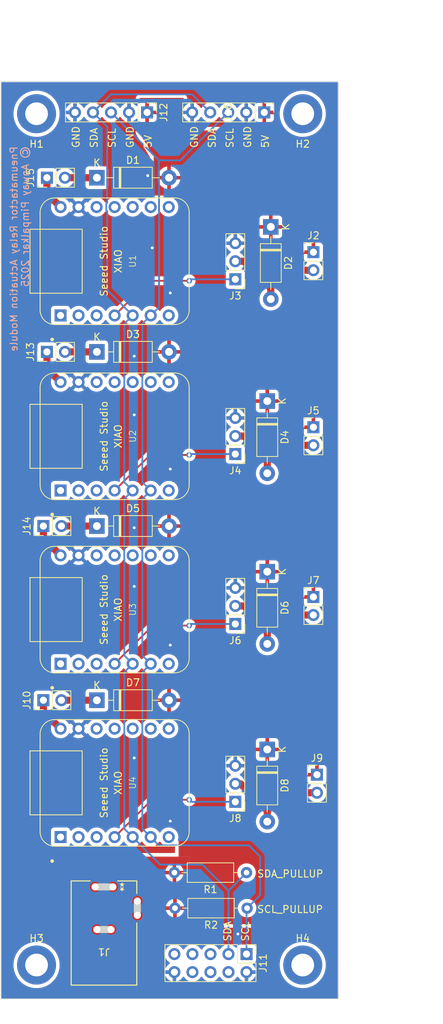
<source format=kicad_pcb>
(kicad_pcb (version 20221018) (generator pcbnew)
  (layers (0 "F.Cu" signal) (31 "B.Cu" signal) (34 "B.Paste" user) (35 "F.Paste" user) (36 "B.SilkS" user "B.Silkscreen") (37 "F.SilkS" user "F.Silkscreen") (38 "B.Mask" user) (39 "F.Mask" user) (44 "Edge.Cuts" user))
  (net 0 "")
  (net 1 "Net-(D1-K)")
  (net 2 "5V")
  (net 3 "Valve_01_-")
  (net 4 "Net-(D3-K)")
  (net 5 "Valve_02_-")
  (net 6 "Net-(D5-K)")
  (net 7 "Valve_03_-")
  (net 8 "Net-(D7-K)")
  (net 9 "Valve_04_-")
  (net 10 "GND")
  (net 12 "D3_01")
  (net 13 "D3_02")
  (net 14 "D3_03")
  (net 15 "D3_04")
  (net 16 "SCL")
  (net 17 "SDA")
  (net 60 "Net-(J10-Pin_1)")
  (net 61 "Net-(J13-Pin_1)")
  (net 62 "Net-(J14-Pin_1)")
  (net 63 "Net-(J15-Pin_1)")
  (footprint "Diode_THT:D_DO-41_SOD81_P10.16mm_Horizontal" (layer "F.Cu") (at 130.5 89.5 -90)
    (fp_text reference "D4" (at 5.08 -2.47 90) (layer "F.SilkS"))
    (fp_text value "1N4001")
    (fp_text user "K" (at 0 -2.1 90) (layer "F.SilkS"))
    (pad "1" thru_hole rect (at 0 0 270) (size 2.2 2.2) (drill 1.1) (layers "*.Cu" "*.Mask") (net 2 "5V"))
    (pad "2" thru_hole oval (at 10.16 0 270) (size 2.2 2.2) (drill 1.1) (layers "*.Cu" "*.Mask") (net 5 "Valve_02_-"))
  )
  (footprint "Pneumatactors:PJ-002A_CUD" (layer "F.Cu") (at 107.5 164.33 180)
    (fp_text reference "J1" (at 0 -2.675 180 unlocked) (layer "F.SilkS"))
    (fp_text value "PJ-002A")
    (fp_text user "*" (at -2.54 6.4897) (layer "F.SilkS"))
    (fp_text user "*" (at -2.54 6.4897 180 unlocked) (layer "F.SilkS"))
    (fp_line (start -4.699 4.4958) (end -4.699 2.4892) (stroke (width 0.9906)) (layer "Edge.Cuts"))
    (fp_line (start -1.257311 6.4897) (end 1.257289 6.4897) (stroke (width 0.9906)) (layer "Edge.Cuts"))
    (fp_line (start -1.0033 0.4953) (end 1.0033 0.4953) (stroke (width 0.9906)) (layer "Edge.Cuts"))
    (pad "" np_thru_hole circle (at -4.699 2.4892 180) (size 0.9906 0.9906) (drill 0.9906) (layers "*.Cu" "*.Mask"))
    (pad "" np_thru_hole circle (at -4.699 4.4958 180) (size 0.9906 0.9906) (drill 0.9906) (layers "*.Cu" "*.Mask"))
    (pad "" np_thru_hole circle (at -1.257311 6.4897 180) (size 0.9906 0.9906) (drill 0.9906) (layers "*.Cu" "*.Mask"))
    (pad "" np_thru_hole circle (at -1.0033 0.4953 180) (size 0.9906 0.9906) (drill 0.9906) (layers "*.Cu" "*.Mask"))
    (pad "" np_thru_hole circle (at 1.0033 0.4953 180) (size 0.9906 0.9906) (drill 0.9906) (layers "*.Cu" "*.Mask"))
    (pad "" np_thru_hole circle (at 1.257289 6.4897 180) (size 0.9906 0.9906) (drill 0.9906) (layers "*.Cu" "*.Mask"))
    (pad "1" smd oval (at 0 6.4897 180) (size 4.0132 1.4986) (layers "F.Cu" "F.Paste" "F.Mask") (net 2 "5V"))
    (pad "2" smd oval (at 0 0.4953 180) (size 3.5052 1.4986) (layers "F.Cu" "F.Paste" "F.Mask") (net 10 "GND"))
    (pad "3" smd oval (at -4.699 3.4925 180) (size 1.4986 3.5052) (layers "F.Cu" "F.Paste" "F.Mask"))
  )
  (footprint "Xiao:XIAO-Generic-Thruhole-14P-2.54-21X17.8MM" (layer "F.Cu") (at 109 94.455 90)
    (fp_text reference "U2" (at 0 2.54 90) (layer "F.SilkS") (effects (font (size 0.889 0.889) (thickness 0.1016))))
    (fp_text value "SeeeduinoXIAO" hide)
    (fp_text user "XIAO" (at 0 0.5 90 unlocked) (layer "F.SilkS"))
    (fp_text user "Seeed Studio" (at 0 -1.5 90 unlocked) (layer "F.SilkS"))
    (pad "1" thru_hole rect (at -7.625 -7.62 90) (size 1.7 1.7) (drill 1) (layers "*.Cu" "*.Mask"))
    (pad "2" thru_hole circle (at -7.625 -5.08 90) (size 1.7 1.7) (drill 1) (layers "*.Cu" "*.Mask"))
    (pad "3" thru_hole circle (at -7.625 -2.54 90) (size 1.7 1.7) (drill 1) (layers "*.Cu" "*.Mask"))
    (pad "4" thru_hole circle (at -7.625 0 90) (size 1.7 1.7) (drill 1) (layers "*.Cu" "*.Mask") (net 13 "D3_02"))
    (pad "5" thru_hole circle (at -7.625 2.54 90) (size 1.7 1.7) (drill 1) (layers "*.Cu" "*.Mask") (net 17 "SDA"))
    (pad "6" thru_hole circle (at -7.625 5.08 270) (size 1.7 1.7) (drill 1) (layers "*.Cu" "*.Mask") (net 16 "SCL"))
    (pad "7" thru_hole circle (at -7.625 7.62 90) (size 1.7 1.7) (drill 1) (layers "*.Cu" "*.Mask"))
    (pad "8" thru_hole circle (at 7.625 7.62 90) (size 1.7 1.7) (drill 1) (layers "*.Cu" "*.Mask"))
    (pad "9" thru_hole circle (at 7.625 5.08 90) (size 1.7 1.7) (drill 1) (layers "*.Cu" "*.Mask"))
    (pad "10" thru_hole circle (at 7.625 2.54 90) (size 1.7 1.7) (drill 1) (layers "*.Cu" "*.Mask"))
    (pad "11" thru_hole circle (at 7.625 0 90) (size 1.7 1.7) (drill 1) (layers "*.Cu" "*.Mask"))
    (pad "12" thru_hole circle (at 7.625 -2.54 90) (size 1.7 1.7) (drill 1) (layers "*.Cu" "*.Mask"))
    (pad "13" thru_hole circle (at 7.625 -5.08 90) (size 1.7 1.7) (drill 1) (layers "*.Cu" "*.Mask") (net 10 "GND"))
    (pad "14" thru_hole circle (at 7.625 -7.62 90) (size 1.7 1.7) (drill 1) (layers "*.Cu" "*.Mask") (net 61 "Net-(J13-Pin_1)"))
  )
  (footprint "Connector_PinHeader_2.54mm:PinHeader_1x02_P2.54mm_Vertical" (layer "F.Cu") (at 137 93.18)
    (fp_text reference "J5" (at 0 -2.33) (layer "F.SilkS"))
    (fp_text value "Conn_01x02_Pin")
    (pad "1" thru_hole rect (at 0 0) (size 1.7 1.7) (drill 1) (layers "*.Cu" "*.Mask") (net 2 "5V"))
    (pad "2" thru_hole oval (at 0 2.54) (size 1.7 1.7) (drill 1) (layers "*.Cu" "*.Mask") (net 5 "Valve_02_-"))
  )
  (footprint "Xiao:XIAO-Generic-Thruhole-14P-2.54-21X17.8MM" (layer "F.Cu") (at 109 69.83 90)
    (fp_text reference "U1" (at 0 2.54 90) (layer "F.SilkS") (effects (font (size 0.889 0.889) (thickness 0.1016))))
    (fp_text value "SeeeduinoXIAO" hide)
    (fp_text user "Seeed Studio" (at 0 -1.5 90 unlocked) (layer "F.SilkS"))
    (fp_text user "XIAO" (at 0 0.5 90 unlocked) (layer "F.SilkS"))
    (pad "1" thru_hole rect (at -7.625 -7.62 90) (size 1.7 1.7) (drill 1) (layers "*.Cu" "*.Mask"))
    (pad "2" thru_hole circle (at -7.625 -5.08 90) (size 1.7 1.7) (drill 1) (layers "*.Cu" "*.Mask"))
    (pad "3" thru_hole circle (at -7.625 -2.54 90) (size 1.7 1.7) (drill 1) (layers "*.Cu" "*.Mask"))
    (pad "4" thru_hole circle (at -7.625 0 90) (size 1.7 1.7) (drill 1) (layers "*.Cu" "*.Mask") (net 12 "D3_01"))
    (pad "5" thru_hole circle (at -7.625 2.54 90) (size 1.7 1.7) (drill 1) (layers "*.Cu" "*.Mask") (net 17 "SDA"))
    (pad "6" thru_hole circle (at -7.625 5.08 270) (size 1.7 1.7) (drill 1) (layers "*.Cu" "*.Mask") (net 16 "SCL"))
    (pad "7" thru_hole circle (at -7.625 7.62 90) (size 1.7 1.7) (drill 1) (layers "*.Cu" "*.Mask"))
    (pad "8" thru_hole circle (at 7.625 7.62 90) (size 1.7 1.7) (drill 1) (layers "*.Cu" "*.Mask"))
    (pad "9" thru_hole circle (at 7.625 5.08 90) (size 1.7 1.7) (drill 1) (layers "*.Cu" "*.Mask"))
    (pad "10" thru_hole circle (at 7.625 2.54 90) (size 1.7 1.7) (drill 1) (layers "*.Cu" "*.Mask"))
    (pad "11" thru_hole circle (at 7.625 0 90) (size 1.7 1.7) (drill 1) (layers "*.Cu" "*.Mask"))
    (pad "12" thru_hole circle (at 7.625 -2.54 90) (size 1.7 1.7) (drill 1) (layers "*.Cu" "*.Mask"))
    (pad "13" thru_hole circle (at 7.625 -5.08 90) (size 1.7 1.7) (drill 1) (layers "*.Cu" "*.Mask") (net 10 "GND"))
    (pad "14" thru_hole circle (at 7.625 -7.62 90) (size 1.7 1.7) (drill 1) (layers "*.Cu" "*.Mask") (net 63 "Net-(J15-Pin_1)"))
  )
  (footprint "Connector_PinHeader_2.54mm:PinHeader_1x02_P2.54mm_Vertical" (layer "F.Cu") (at 98.96 131.58 90)
    (fp_text reference "J10" (at 0 -2.33 90) (layer "F.SilkS"))
    (fp_text value "Conn_01x02_Pin")
    (pad "1" thru_hole rect (at 0 0 90) (size 1.7 1.7) (drill 1) (layers "*.Cu" "*.Mask") (net 60 "Net-(J10-Pin_1)"))
    (pad "2" thru_hole oval (at 0 2.54 90) (size 1.7 1.7) (drill 1) (layers "*.Cu" "*.Mask") (net 8 "Net-(D7-K)"))
  )
  (footprint "Connector_PinHeader_2.54mm:PinHeader_1x03_P2.54mm_Vertical" (layer "F.Cu") (at 126 72.37 180)
    (fp_text reference "J3" (at 0 -2.33) (layer "F.SilkS"))
    (fp_text value "Conn_01x03_Pin")
    (pad "1" thru_hole rect (at 0 0 180) (size 1.7 1.7) (drill 1) (layers "*.Cu" "*.Mask") (net 12 "D3_01"))
    (pad "2" thru_hole oval (at 0 2.54 180) (size 1.7 1.7) (drill 1) (layers "*.Cu" "*.Mask") (net 3 "Valve_01_-"))
    (pad "3" thru_hole oval (at 0 5.08 180) (size 1.7 1.7) (drill 1) (layers "*.Cu" "*.Mask") (net 10 "GND"))
  )
  (footprint "Connector_PinHeader_2.54mm:PinHeader_1x05_P2.54mm_Vertical" (layer "F.Cu") (at 130.08 48.895 -90)
    (fp_text reference "J16" (at 0 5.08 90) (layer "F.SilkS"))
    (fp_text value "Conn_01x05_Pin")
    (pad "1" thru_hole rect (at 0 0 270) (size 1.7 1.7) (drill 1) (layers "*.Cu" "*.Mask") (net 2 "5V"))
    (pad "2" thru_hole oval (at 0 2.54 270) (size 1.7 1.7) (drill 1) (layers "*.Cu" "*.Mask") (net 10 "GND"))
    (pad "3" thru_hole oval (at 0 5.08 270) (size 1.7 1.7) (drill 1) (layers "*.Cu" "*.Mask") (net 16 "SCL"))
    (pad "4" thru_hole oval (at 0 7.62 270) (size 1.7 1.7) (drill 1) (layers "*.Cu" "*.Mask") (net 17 "SDA"))
    (pad "5" thru_hole oval (at 0 10.16 270) (size 1.7 1.7) (drill 1) (layers "*.Cu" "*.Mask") (net 10 "GND"))
  )
  (footprint "Connector_PinHeader_2.54mm:PinHeader_1x02_P2.54mm_Vertical" (layer "F.Cu") (at 98.96 107.08 90)
    (fp_text reference "J14" (at 0 -2.33 90) (layer "F.SilkS"))
    (fp_text value "Conn_01x02_Pin")
    (pad "1" thru_hole rect (at 0 0 90) (size 1.7 1.7) (drill 1) (layers "*.Cu" "*.Mask") (net 62 "Net-(J14-Pin_1)"))
    (pad "2" thru_hole oval (at 0 2.54 90) (size 1.7 1.7) (drill 1) (layers "*.Cu" "*.Mask") (net 6 "Net-(D5-K)"))
  )
  (footprint "Resistor_THT:R_Axial_DIN0207_L6.3mm_D2.5mm_P10.16mm_Horizontal" (layer "F.Cu") (at 127.66 160.83 180)
    (fp_text reference "R2" (at 5.08 -2.37) (layer "F.SilkS"))
    (fp_text value "R")
    (pad "1" thru_hole circle (at 0 0 180) (size 1.6 1.6) (drill 0.8) (layers "*.Cu" "*.Mask") (net 16 "SCL"))
    (pad "2" thru_hole oval (at 10.16 0 180) (size 1.6 1.6) (drill 0.8) (layers "*.Cu" "*.Mask") (net 2 "5V"))
  )
  (footprint "Diode_THT:D_DO-41_SOD81_P10.16mm_Horizontal" (layer "F.Cu") (at 106.5 131.58)
    (fp_text reference "D7" (at 5.08 -2.47) (layer "F.SilkS"))
    (fp_text value "1N4001")
    (fp_text user "K" (at 0 -2.1) (layer "F.SilkS"))
    (pad "1" thru_hole rect (at 0 0) (size 2.2 2.2) (drill 1.1) (layers "*.Cu" "*.Mask") (net 8 "Net-(D7-K)"))
    (pad "2" thru_hole oval (at 10.16 0) (size 2.2 2.2) (drill 1.1) (layers "*.Cu" "*.Mask") (net 2 "5V"))
  )
  (footprint "MountingHole:MountingHole_3.2mm_M3_ISO14580_Pad" (layer "F.Cu") (at 135.5 168.83)
    (fp_text reference "H4" (at 0 -3.75) (layer "F.SilkS"))
    (fp_text value "MountingHole")
    (pad "1" thru_hole circle (at 0 0) (size 5.5 5.5) (drill 3.2) (layers "*.Cu" "*.Mask"))
  )
  (footprint "Connector_PinHeader_2.54mm:PinHeader_1x02_P2.54mm_Vertical" (layer "F.Cu") (at 137 68.555)
    (fp_text reference "J2" (at 0 -2.33) (layer "F.SilkS"))
    (fp_text value "Conn_01x02_Pin")
    (pad "1" thru_hole rect (at 0 0) (size 1.7 1.7) (drill 1) (layers "*.Cu" "*.Mask") (net 2 "5V"))
    (pad "2" thru_hole oval (at 0 2.54) (size 1.7 1.7) (drill 1) (layers "*.Cu" "*.Mask") (net 3 "Valve_01_-"))
  )
  (footprint "Diode_THT:D_DO-41_SOD81_P10.16mm_Horizontal" (layer "F.Cu") (at 130.5 113.5 -90)
    (fp_text reference "D6" (at 5.08 -2.47 90) (layer "F.SilkS"))
    (fp_text value "1N4001")
    (fp_text user "K" (at 0 -2.1 90) (layer "F.SilkS"))
    (pad "1" thru_hole rect (at 0 0 270) (size 2.2 2.2) (drill 1.1) (layers "*.Cu" "*.Mask") (net 2 "5V"))
    (pad "2" thru_hole oval (at 10.16 0 270) (size 2.2 2.2) (drill 1.1) (layers "*.Cu" "*.Mask") (net 7 "Valve_03_-"))
  )
  (footprint "Diode_THT:D_DO-41_SOD81_P10.16mm_Horizontal" (layer "F.Cu") (at 130.5 138.5 -90)
    (fp_text reference "D8" (at 5.08 -2.47 90) (layer "F.SilkS"))
    (fp_text value "1N4001")
    (fp_text user "K" (at 0 -2.1 90) (layer "F.SilkS"))
    (pad "1" thru_hole rect (at 0 0 270) (size 2.2 2.2) (drill 1.1) (layers "*.Cu" "*.Mask") (net 2 "5V"))
    (pad "2" thru_hole oval (at 10.16 0 270) (size 2.2 2.2) (drill 1.1) (layers "*.Cu" "*.Mask") (net 9 "Valve_04_-"))
  )
  (footprint "Connector_PinHeader_2.54mm:PinHeader_1x02_P2.54mm_Vertical" (layer "F.Cu") (at 137.5 142.055)
    (fp_text reference "J9" (at 0 -2.33) (layer "F.SilkS"))
    (fp_text value "Conn_01x02_Pin")
    (pad "1" thru_hole rect (at 0 0) (size 1.7 1.7) (drill 1) (layers "*.Cu" "*.Mask") (net 2 "5V"))
    (pad "2" thru_hole oval (at 0 2.54) (size 1.7 1.7) (drill 1) (layers "*.Cu" "*.Mask") (net 9 "Valve_04_-"))
  )
  (footprint "Connector_PinHeader_2.54mm:PinHeader_2x05_P2.54mm_Vertical" (layer "F.Cu") (at 127.58 167.29 -90)
    (fp_text reference "J11" (at 1.27 -2.33 90) (layer "F.SilkS"))
    (fp_text value "Conn_02x05_Odd_Even")
    (pad "1" thru_hole rect (at 0 0 270) (size 1.7 1.7) (drill 1) (layers "*.Cu" "*.Mask") (net 16 "SCL"))
    (pad "2" thru_hole oval (at 2.54 0 270) (size 1.7 1.7) (drill 1) (layers "*.Cu" "*.Mask") (net 10 "GND"))
    (pad "3" thru_hole oval (at 0 2.54 270) (size 1.7 1.7) (drill 1) (layers "*.Cu" "*.Mask") (net 17 "SDA"))
    (pad "4" thru_hole oval (at 2.54 2.54 270) (size 1.7 1.7) (drill 1) (layers "*.Cu" "*.Mask"))
    (pad "5" thru_hole oval (at 0 5.08 270) (size 1.7 1.7) (drill 1) (layers "*.Cu" "*.Mask"))
    (pad "6" thru_hole oval (at 2.54 5.08 270) (size 1.7 1.7) (drill 1) (layers "*.Cu" "*.Mask"))
    (pad "7" thru_hole oval (at 0 7.62 270) (size 1.7 1.7) (drill 1) (layers "*.Cu" "*.Mask"))
    (pad "8" thru_hole oval (at 2.54 7.62 270) (size 1.7 1.7) (drill 1) (layers "*.Cu" "*.Mask"))
    (pad "9" thru_hole oval (at 0 10.16 270) (size 1.7 1.7) (drill 1) (layers "*.Cu" "*.Mask"))
    (pad "10" thru_hole oval (at 2.54 10.16 270) (size 1.7 1.7) (drill 1) (layers "*.Cu" "*.Mask") (net 10 "GND"))
  )
  (footprint "Connector_PinHeader_2.54mm:PinHeader_1x02_P2.54mm_Vertical" (layer "F.Cu") (at 99.46 58.08 90)
    (fp_text reference "J15" (at 0 -2.33 90) (layer "F.SilkS"))
    (fp_text value "Conn_01x02_Pin")
    (pad "1" thru_hole rect (at 0 0 90) (size 1.7 1.7) (drill 1) (layers "*.Cu" "*.Mask") (net 63 "Net-(J15-Pin_1)"))
    (pad "2" thru_hole oval (at 0 2.54 90) (size 1.7 1.7) (drill 1) (layers "*.Cu" "*.Mask") (net 1 "Net-(D1-K)"))
  )
  (footprint "Connector_PinHeader_2.54mm:PinHeader_1x02_P2.54mm_Vertical" (layer "F.Cu") (at 99.46 82.58 90)
    (fp_text reference "J13" (at 0 -2.33 90) (layer "F.SilkS"))
    (fp_text value "Conn_01x02_Pin")
    (pad "1" thru_hole rect (at 0 0 90) (size 1.7 1.7) (drill 1) (layers "*.Cu" "*.Mask") (net 61 "Net-(J13-Pin_1)"))
    (pad "2" thru_hole oval (at 0 2.54 90) (size 1.7 1.7) (drill 1) (layers "*.Cu" "*.Mask") (net 4 "Net-(D3-K)"))
  )
  (footprint "Connector_PinHeader_2.54mm:PinHeader_1x03_P2.54mm_Vertical" (layer "F.Cu") (at 126 96.955 180)
    (fp_text reference "J4" (at 0 -2.33) (layer "F.SilkS"))
    (fp_text value "Conn_01x03_Pin")
    (pad "1" thru_hole rect (at 0 0 180) (size 1.7 1.7) (drill 1) (layers "*.Cu" "*.Mask") (net 13 "D3_02"))
    (pad "2" thru_hole oval (at 0 2.54 180) (size 1.7 1.7) (drill 1) (layers "*.Cu" "*.Mask") (net 5 "Valve_02_-"))
    (pad "3" thru_hole oval (at 0 5.08 180) (size 1.7 1.7) (drill 1) (layers "*.Cu" "*.Mask") (net 10 "GND"))
  )
  (footprint "MountingHole:MountingHole_3.2mm_M3_ISO14580_Pad" (layer "F.Cu") (at 98 168.83)
    (fp_text reference "H3" (at 0 -3.75) (layer "F.SilkS"))
    (fp_text value "MountingHole")
    (pad "1" thru_hole circle (at 0 0) (size 5.5 5.5) (drill 3.2) (layers "*.Cu" "*.Mask"))
  )
  (footprint "Xiao:XIAO-Generic-Thruhole-14P-2.54-21X17.8MM" (layer "F.Cu") (at 109 143.205 90)
    (fp_text reference "U4" (at 0 2.54 90) (layer "F.SilkS") (effects (font (size 0.889 0.889) (thickness 0.1016))))
    (fp_text value "SeeeduinoXIAO" hide)
    (fp_text user "Seeed Studio" (at 0 -1.5 90 unlocked) (layer "F.SilkS"))
    (fp_text user "XIAO" (at 0 0.5 90 unlocked) (layer "F.SilkS"))
    (pad "1" thru_hole rect (at -7.625 -7.62 90) (size 1.7 1.7) (drill 1) (layers "*.Cu" "*.Mask"))
    (pad "2" thru_hole circle (at -7.625 -5.08 90) (size 1.7 1.7) (drill 1) (layers "*.Cu" "*.Mask"))
    (pad "3" thru_hole circle (at -7.625 -2.54 90) (size 1.7 1.7) (drill 1) (layers "*.Cu" "*.Mask"))
    (pad "4" thru_hole circle (at -7.625 0 90) (size 1.7 1.7) (drill 1) (layers "*.Cu" "*.Mask") (net 15 "D3_04"))
    (pad "5" thru_hole circle (at -7.625 2.54 90) (size 1.7 1.7) (drill 1) (layers "*.Cu" "*.Mask") (net 17 "SDA"))
    (pad "6" thru_hole circle (at -7.625 5.08 270) (size 1.7 1.7) (drill 1) (layers "*.Cu" "*.Mask") (net 16 "SCL"))
    (pad "7" thru_hole circle (at -7.625 7.62 90) (size 1.7 1.7) (drill 1) (layers "*.Cu" "*.Mask"))
    (pad "8" thru_hole circle (at 7.625 7.62 90) (size 1.7 1.7) (drill 1) (layers "*.Cu" "*.Mask"))
    (pad "9" thru_hole circle (at 7.625 5.08 90) (size 1.7 1.7) (drill 1) (layers "*.Cu" "*.Mask"))
    (pad "10" thru_hole circle (at 7.625 2.54 90) (size 1.7 1.7) (drill 1) (layers "*.Cu" "*.Mask"))
    (pad "11" thru_hole circle (at 7.625 0 90) (size 1.7 1.7) (drill 1) (layers "*.Cu" "*.Mask"))
    (pad "12" thru_hole circle (at 7.625 -2.54 90) (size 1.7 1.7) (drill 1) (layers "*.Cu" "*.Mask"))
    (pad "13" thru_hole circle (at 7.625 -5.08 90) (size 1.7 1.7) (drill 1) (layers "*.Cu" "*.Mask") (net 10 "GND"))
    (pad "14" thru_hole circle (at 7.625 -7.62 90) (size 1.7 1.7) (drill 1) (layers "*.Cu" "*.Mask") (net 60 "Net-(J10-Pin_1)"))
  )
  (footprint "Diode_THT:D_DO-41_SOD81_P10.16mm_Horizontal" (layer "F.Cu") (at 106.5 82.58)
    (fp_text reference "D3" (at 5.08 -2.47) (layer "F.SilkS"))
    (fp_text value "1N4001")
    (fp_text user "K" (at 0 -2.1) (layer "F.SilkS"))
    (pad "1" thru_hole rect (at 0 0) (size 2.2 2.2) (drill 1.1) (layers "*.Cu" "*.Mask") (net 4 "Net-(D3-K)"))
    (pad "2" thru_hole oval (at 10.16 0) (size 2.2 2.2) (drill 1.1) (layers "*.Cu" "*.Mask") (net 2 "5V"))
  )
  (footprint "Resistor_THT:R_Axial_DIN0207_L6.3mm_D2.5mm_P10.16mm_Horizontal" (layer "F.Cu") (at 127.58 155.83 180)
    (fp_text reference "R1" (at 5.08 -2.37) (layer "F.SilkS"))
    (fp_text value "R")
    (pad "1" thru_hole circle (at 0 0 180) (size 1.6 1.6) (drill 0.8) (layers "*.Cu" "*.Mask") (net 17 "SDA"))
    (pad "2" thru_hole oval (at 10.16 0 180) (size 1.6 1.6) (drill 0.8) (layers "*.Cu" "*.Mask") (net 2 "5V"))
  )
  (footprint "Connector_PinHeader_2.54mm:PinHeader_1x02_P2.54mm_Vertical" (layer "F.Cu") (at 137 117.055)
    (fp_text reference "J7" (at 0 -2.33) (layer "F.SilkS"))
    (fp_text value "Conn_01x02_Pin")
    (pad "1" thru_hole rect (at 0 0) (size 1.7 1.7) (drill 1) (layers "*.Cu" "*.Mask") (net 2 "5V"))
    (pad "2" thru_hole oval (at 0 2.54) (size 1.7 1.7) (drill 1) (layers "*.Cu" "*.Mask") (net 7 "Valve_03_-"))
  )
  (footprint "Xiao:XIAO-Generic-Thruhole-14P-2.54-21X17.8MM" (layer "F.Cu") (at 109 118.83 90)
    (fp_text reference "U3" (at 0 2.54 90) (layer "F.SilkS") (effects (font (size 0.889 0.889) (thickness 0.1016))))
    (fp_text value "SeeeduinoXIAO" hide)
    (fp_text user "XIAO" (at 0 0.5 90 unlocked) (layer "F.SilkS"))
    (fp_text user "Seeed Studio" (at 0 -1.5 90 unlocked) (layer "F.SilkS"))
    (pad "1" thru_hole rect (at -7.625 -7.62 90) (size 1.7 1.7) (drill 1) (layers "*.Cu" "*.Mask"))
    (pad "2" thru_hole circle (at -7.625 -5.08 90) (size 1.7 1.7) (drill 1) (layers "*.Cu" "*.Mask"))
    (pad "3" thru_hole circle (at -7.625 -2.54 90) (size 1.7 1.7) (drill 1) (layers "*.Cu" "*.Mask"))
    (pad "4" thru_hole circle (at -7.625 0 90) (size 1.7 1.7) (drill 1) (layers "*.Cu" "*.Mask") (net 14 "D3_03"))
    (pad "5" thru_hole circle (at -7.625 2.54 90) (size 1.7 1.7) (drill 1) (layers "*.Cu" "*.Mask") (net 17 "SDA"))
    (pad "6" thru_hole circle (at -7.625 5.08 270) (size 1.7 1.7) (drill 1) (layers "*.Cu" "*.Mask") (net 16 "SCL"))
    (pad "7" thru_hole circle (at -7.625 7.62 90) (size 1.7 1.7) (drill 1) (layers "*.Cu" "*.Mask"))
    (pad "8" thru_hole circle (at 7.625 7.62 90) (size 1.7 1.7) (drill 1) (layers "*.Cu" "*.Mask"))
    (pad "9" thru_hole circle (at 7.625 5.08 90) (size 1.7 1.7) (drill 1) (layers "*.Cu" "*.Mask"))
    (pad "10" thru_hole circle (at 7.625 2.54 90) (size 1.7 1.7) (drill 1) (layers "*.Cu" "*.Mask"))
    (pad "11" thru_hole circle (at 7.625 0 90) (size 1.7 1.7) (drill 1) (layers "*.Cu" "*.Mask"))
    (pad "12" thru_hole circle (at 7.625 -2.54 90) (size 1.7 1.7) (drill 1) (layers "*.Cu" "*.Mask"))
    (pad "13" thru_hole circle (at 7.625 -5.08 90) (size 1.7 1.7) (drill 1) (layers "*.Cu" "*.Mask") (net 10 "GND"))
    (pad "14" thru_hole circle (at 7.625 -7.62 90) (size 1.7 1.7) (drill 1) (layers "*.Cu" "*.Mask") (net 62 "Net-(J14-Pin_1)"))
  )
  (footprint "MountingHole:MountingHole_3.2mm_M3_ISO14580_Pad" (layer "F.Cu") (at 135.5 49.08)
    (fp_text reference "H2" (at 0 4.26) (layer "F.SilkS"))
    (fp_text value "MountingHole")
    (pad "1" thru_hole circle (at 0 0) (size 5.5 5.5) (drill 3.2) (layers "*.Cu" "*.Mask"))
  )
  (footprint "Diode_THT:D_DO-41_SOD81_P10.16mm_Horizontal" (layer "F.Cu") (at 106.5 58.08)
    (fp_text reference "D1" (at 5.08 -2.47) (layer "F.SilkS"))
    (fp_text value "1N4001")
    (fp_text user "K" (at 0 -2.1) (layer "F.SilkS"))
    (pad "1" thru_hole rect (at 0 0) (size 2.2 2.2) (drill 1.1) (layers "*.Cu" "*.Mask") (net 1 "Net-(D1-K)"))
    (pad "2" thru_hole oval (at 10.16 0) (size 2.2 2.2) (drill 1.1) (layers "*.Cu" "*.Mask") (net 2 "5V"))
  )
  (footprint "MountingHole:MountingHole_3.2mm_M3_ISO14580_Pad" (layer "F.Cu") (at 98 49.08)
    (fp_text reference "H1" (at 0 4.26) (layer "F.SilkS"))
    (fp_text value "MountingHole")
    (pad "1" thru_hole circle (at 0 0) (size 5.5 5.5) (drill 3.2) (layers "*.Cu" "*.Mask"))
  )
  (footprint "Connector_PinHeader_2.54mm:PinHeader_1x05_P2.54mm_Vertical" (layer "F.Cu") (at 113.57 48.895 -90)
    (fp_text reference "J12" (at 0 -2.33 90) (layer "F.SilkS"))
    (fp_text value "Conn_01x05_Pin")
    (pad "1" thru_hole rect (at 0 0 270) (size 1.7 1.7) (drill 1) (layers "*.Cu" "*.Mask") (net 2 "5V"))
    (pad "2" thru_hole oval (at 0 2.54 270) (size 1.7 1.7) (drill 1) (layers "*.Cu" "*.Mask") (net 10 "GND"))
    (pad "3" thru_hole oval (at 0 5.08 270) (size 1.7 1.7) (drill 1) (layers "*.Cu" "*.Mask") (net 16 "SCL"))
    (pad "4" thru_hole oval (at 0 7.62 270) (size 1.7 1.7) (drill 1) (layers "*.Cu" "*.Mask") (net 17 "SDA"))
    (pad "5" thru_hole oval (at 0 10.16 270) (size 1.7 1.7) (drill 1) (layers "*.Cu" "*.Mask") (net 10 "GND"))
  )
  (footprint "Connector_PinHeader_2.54mm:PinHeader_1x03_P2.54mm_Vertical" (layer "F.Cu") (at 126 145.87 180)
    (fp_text reference "J8" (at 0 -2.33) (layer "F.SilkS"))
    (fp_text value "Conn_01x03_Pin")
    (pad "1" thru_hole rect (at 0 0 180) (size 1.7 1.7) (drill 1) (layers "*.Cu" "*.Mask") (net 15 "D3_04"))
    (pad "2" thru_hole oval (at 0 2.54 180) (size 1.7 1.7) (drill 1) (layers "*.Cu" "*.Mask") (net 9 "Valve_04_-"))
    (pad "3" thru_hole oval (at 0 5.08 180) (size 1.7 1.7) (drill 1) (layers "*.Cu" "*.Mask") (net 10 "GND"))
  )
  (footprint "Diode_THT:D_DO-41_SOD81_P10.16mm_Horizontal" (layer "F.Cu") (at 106.5 107.08)
    (fp_text reference "D5" (at 5.08 -2.47) (layer "F.SilkS"))
    (fp_text value "1N4001")
    (fp_text user "K" (at 0 -2.1) (layer "F.SilkS"))
    (pad "1" thru_hole rect (at 0 0) (size 2.2 2.2) (drill 1.1) (layers "*.Cu" "*.Mask") (net 6 "Net-(D5-K)"))
    (pad "2" thru_hole oval (at 10.16 0) (size 2.2 2.2) (drill 1.1) (layers "*.Cu" "*.Mask") (net 2 "5V"))
  )
  (footprint "Diode_THT:D_DO-41_SOD81_P10.16mm_Horizontal" (layer "F.Cu") (at 131 65 -90)
    (fp_text reference "D2" (at 5.08 -2.47 90) (layer "F.SilkS"))
    (fp_text value "1N4001")
    (fp_text user "K" (at 0 -2.1 90) (layer "F.SilkS"))
    (pad "1" thru_hole rect (at 0 0 270) (size 2.2 2.2) (drill 1.1) (layers "*.Cu" "*.Mask") (net 2 "5V"))
    (pad "2" thru_hole oval (at 10.16 0 270) (size 2.2 2.2) (drill 1.1) (layers "*.Cu" "*.Mask") (net 3 "Valve_01_-"))
  )
  (footprint "Connector_PinHeader_2.54mm:PinHeader_1x03_P2.54mm_Vertical" (layer "F.Cu") (at 126 120.855 180)
    (fp_text reference "J6" (at 0 -2.33) (layer "F.SilkS"))
    (fp_text value "Conn_01x03_Pin")
    (pad "1" thru_hole rect (at 0 0 180) (size 1.7 1.7) (drill 1) (layers "*.Cu" "*.Mask") (net 14 "D3_03"))
    (pad "2" thru_hole oval (at 0 2.54 180) (size 1.7 1.7) (drill 1) (layers "*.Cu" "*.Mask") (net 7 "Valve_03_-"))
    (pad "3" thru_hole oval (at 0 5.08 180) (size 1.7 1.7) (drill 1) (layers "*.Cu" "*.Mask") (net 10 "GND"))
  )
  (gr_rect (start 93 44.58) (end 140.5 173.58) (stroke (width 0.1)) (fill none) (layer "Edge.Cuts"))
  (gr_text "Pneumatactor Relay Actuation Module\n© Anway Pimpalkar 2025" (at 97 53.58 90) (layer "B.SilkS") (effects (font (size 1 1)) (justify left bottom mirror)))
  (gr_text "SDA" (at 125.5 165.58 90) (layer "F.SilkS") (effects (font (size 1 1)) (justify left bottom)))
  (gr_text "SDA" (at 106.68 53.975 90) (layer "F.SilkS") (effects (font (size 1 1)) (justify left bottom)))
  (gr_text "5V" (at 114.3 53.975 90) (layer "F.SilkS") (effects (font (size 1 1)) (justify left bottom)))
  (gr_text "SCL_PULLUP" (at 129 161.58) (layer "F.SilkS") (effects (font (size 1 1)) (justify left bottom)))
  (gr_text "GND" (at 128.31 53.975 90) (layer "F.SilkS") (effects (font (size 1 1)) (justify left bottom)))
  (gr_text "GND" (at 120.81 53.975 90) (layer "F.SilkS") (effects (font (size 1 1)) (justify left bottom)))
  (gr_text "SCL" (at 125.81 53.975 90) (layer "F.SilkS") (effects (font (size 1 1)) (justify left bottom)))
  (gr_text "SCL" (at 128 165.58 90) (layer "F.SilkS") (effects (font (size 1 1)) (justify left bottom)))
  (gr_text "GND" (at 111.76 53.975 90) (layer "F.SilkS") (effects (font (size 1 1)) (justify left bottom)))
  (gr_text "SDA" (at 123.31 53.975 90) (layer "F.SilkS") (effects (font (size 1 1)) (justify left bottom)))
  (gr_text "SDA_PULLUP" (at 129 156.58) (layer "F.SilkS") (effects (font (size 1 1)) (justify left bottom)))
  (gr_text "5V" (at 130.81 53.975 90) (layer "F.SilkS") (effects (font (size 1 1)) (justify left bottom)))
  (gr_text "SCL" (at 109.22 53.975 90) (layer "F.SilkS") (effects (font (size 1 1)) (justify left bottom)))
  (gr_text "GND" (at 104.14 53.975 90) (layer "F.SilkS") (effects (font (size 1 1)) (justify left bottom)))
  (segment (start 106.5 58.08) (end 102 58.08) (width 1) (layer "F.Cu") (net 1))
  (segment (start 127.202081 69.83) (end 131 73.627919) (width 1) (layer "F.Cu") (net 3))
  (segment (start 131 73.08) (end 131 75.16) (width 1) (layer "F.Cu") (net 3))
  (segment (start 133 71.08) (end 131 73.08) (width 1) (layer "F.Cu") (net 3))
  (segment (start 137 71.095) (end 133.015 71.095) (width 1) (layer "F.Cu") (net 3))
  (segment (start 126 69.83) (end 127.202081 69.83) (width 1) (layer "F.Cu") (net 3))
  (segment (start 133.015 71.095) (end 133 71.08) (width 1) (layer "F.Cu") (net 3))
  (segment (start 131 73.627919) (end 131 75.16) (width 1) (layer "F.Cu") (net 3))
  (segment (start 106.5 82.58) (end 102 82.58) (width 1) (layer "F.Cu") (net 4))
  (segment (start 127.202081 94.415) (end 130.5 97.712919) (width 1) (layer "F.Cu") (net 5))
  (segment (start 137 95.72) (end 132.492919 95.72) (width 1) (layer "F.Cu") (net 5))
  (segment (start 126 94.415) (end 127.202081 94.415) (width 1) (layer "F.Cu") (net 5))
  (segment (start 132.492919 95.72) (end 130.5 97.712919) (width 1) (layer "F.Cu") (net 5))
  (segment (start 130.5 97.712919) (end 130.5 99.66) (width 1) (layer "F.Cu") (net 5))
  (segment (start 106.5 107.08) (end 101.5 107.08) (width 1) (layer "F.Cu") (net 6))
  (segment (start 127.202081 118.315) (end 130.5 121.612919) (width 1) (layer "F.Cu") (net 7))
  (segment (start 132.517919 119.595) (end 130.5 121.612919) (width 1) (layer "F.Cu") (net 7))
  (segment (start 137 119.595) (end 132.517919 119.595) (width 1) (layer "F.Cu") (net 7))
  (segment (start 130.5 121.612919) (end 130.5 123.66) (width 1) (layer "F.Cu") (net 7))
  (segment (start 126 118.315) (end 127.202081 118.315) (width 1) (layer "F.Cu") (net 7))
  (segment (start 106.5 131.58) (end 101.5 131.58) (width 1) (layer "F.Cu") (net 8))
  (segment (start 137.5 144.595) (end 133.009366 144.595) (width 1) (layer "F.Cu") (net 9))
  (segment (start 126.725634 143.33) (end 126 143.33) (width 1) (layer "F.Cu") (net 9))
  (segment (start 130.5 147.104366) (end 126.725634 143.33) (width 1) (layer "F.Cu") (net 9))
  (segment (start 133.009366 144.595) (end 130.5 147.104366) (width 1) (layer "F.Cu") (net 9))
  (segment (start 130.5 148.66) (end 130.5 147.104366) (width 1) (layer "F.Cu") (net 9))
  (via (at 116.84 99.06) (size 0.8) (drill 0.4) (layers "F.Cu" "B.Cu") (net 10))
  (via (at 116.84 148.59) (size 0.8) (drill 0.4) (layers "F.Cu" "B.Cu") (net 10))
  (via (at 116.84 123.825) (size 0.8) (drill 0.4) (layers "F.Cu" "B.Cu") (net 10))
  (via (at 111.76 115.57) (size 0.8) (drill 0.4) (layers "F.Cu" "B.Cu") (net 10))
  (via (at 113.665 57.785) (size 0.8) (drill 0.4) (layers "F.Cu" "B.Cu") (net 10))
  (via (at 111.76 91.44) (size 0.8) (drill 0.4) (layers "F.Cu" "B.Cu") (net 10))
  (via (at 114.3 67.945) (size 0.8) (drill 0.4) (layers "F.Cu" "B.Cu") (net 10))
  (via (at 111.76 83.185) (size 0.8) (drill 0.4) (layers "F.Cu" "B.Cu") (net 10))
  (via (at 111.76 107.315) (size 0.8) (drill 0.4) (layers "F.Cu" "B.Cu") (net 10))
  (via (at 116.84 74.295) (size 0.8) (drill 0.4) (layers "F.Cu" "B.Cu") (net 10))
  (via (at 111.76 139.7) (size 0.8) (drill 0.4) (layers "F.Cu" "B.Cu") (net 10))
  (via (at 126.365 164.465) (size 0.8) (drill 0.4) (layers "F.Cu" "B.Cu") (net 10))
  (segment (start 109 77.455) (end 113.875 72.58) (width 0.25) (layer "F.Cu") (net 12))
  (segment (start 113.875 72.58) (end 119.5 72.58) (width 0.25) (layer "F.Cu") (net 12))
  (via (at 119.5 72.58) (size 0.8) (drill 0.4) (layers "F.Cu" "B.Cu") (net 12))
  (segment (start 119.71 72.37) (end 126 72.37) (width 0.25) (layer "B.Cu") (net 12))
  (segment (start 119.5 72.58) (end 119.71 72.37) (width 0.25) (layer "B.Cu") (net 12))
  (segment (start 109 102.08) (end 114 97.08) (width 0.25) (layer "F.Cu") (net 13))
  (segment (start 114 97.08) (end 119.5 97.08) (width 0.25) (layer "F.Cu") (net 13))
  (via (at 119.5 97.08) (size 0.8) (drill 0.4) (layers "F.Cu" "B.Cu") (net 13))
  (segment (start 119.625 96.955) (end 126 96.955) (width 0.25) (layer "B.Cu") (net 13))
  (segment (start 119.5 97.08) (end 119.625 96.955) (width 0.25) (layer "B.Cu") (net 13))
  (segment (start 114.375 121.08) (end 119.5 121.08) (width 0.25) (layer "F.Cu") (net 14))
  (segment (start 109 126.455) (end 114.375 121.08) (width 0.25) (layer "F.Cu") (net 14))
  (via (at 119.5 121.08) (size 0.8) (drill 0.4) (layers "F.Cu" "B.Cu") (net 14))
  (segment (start 119.5 121.08) (end 119.725 120.855) (width 0.25) (layer "B.Cu") (net 14))
  (segment (start 119.725 120.855) (end 126 120.855) (width 0.25) (layer "B.Cu") (net 14))
  (segment (start 114.25 145.58) (end 119.5 145.58) (width 0.25) (layer "F.Cu") (net 15))
  (segment (start 109 150.83) (end 114.25 145.58) (width 0.25) (layer "F.Cu") (net 15))
  (via (at 119.5 145.58) (size 0.8) (drill 0.4) (layers "F.Cu" "B.Cu") (net 15))
  (segment (start 119.5 145.58) (end 119.79 145.87) (width 0.25) (layer "B.Cu") (net 15))
  (segment (start 119.79 145.87) (end 126 145.87) (width 0.25) (layer "B.Cu") (net 15))
  (segment (start 129.5 158.99) (end 129.5 153.58) (width 0.25) (layer "B.Cu") (net 16))
  (segment (start 115.255 76.28) (end 115.255 58.690255) (width 0.25) (layer "B.Cu") (net 16))
  (segment (start 112.905 125.28) (end 112.905 103.255) (width 0.25) (layer "B.Cu") (net 16))
  (segment (start 114.08 150.83) (end 112.905 149.655) (width 0.25) (layer "B.Cu") (net 16))
  (segment (start 112.905 127.63) (end 114.08 126.455) (width 0.25) (layer "B.Cu") (net 16))
  (segment (start 112.905 149.655) (end 112.905 127.63) (width 0.25) (layer "B.Cu") (net 16))
  (segment (start 125 48.895) (end 118.255 55.64) (width 0.25) (layer "B.Cu") (net 16))
  (segment (start 112.905 78.63) (end 114.08 77.455) (width 0.25) (layer "B.Cu") (net 16))
  (segment (start 127.66 160.83) (end 129.5 158.99) (width 0.25) (layer "B.Cu") (net 16))
  (segment (start 127.58 167.29) (end 127.58 160.91) (width 0.25) (layer "B.Cu") (net 16))
  (segment (start 127.58 160.91) (end 127.66 160.83) (width 0.25) (layer "B.Cu") (net 16))
  (segment (start 115.255 152.005) (end 114.08 150.83) (width 0.25) (layer "B.Cu") (net 16))
  (segment (start 114.08 126.455) (end 112.905 125.28) (width 0.25) (layer "B.Cu") (net 16))
  (segment (start 127.925 152.005) (end 115.255 152.005) (width 0.25) (layer "B.Cu") (net 16))
  (segment (start 115.255 58.690255) (end 115.235 58.670255) (width 0.25) (layer "B.Cu") (net 16))
  (segment (start 114.08 77.455) (end 115.255 76.28) (width 0.25) (layer "B.Cu") (net 16))
  (segment (start 115.235 58.670255) (end 115.235 55.64) (width 0.25) (layer "B.Cu") (net 16))
  (segment (start 118.255 55.64) (end 115.235 55.64) (width 0.25) (layer "B.Cu") (net 16))
  (segment (start 112.905 100.905) (end 112.905 78.63) (width 0.25) (layer "B.Cu") (net 16))
  (segment (start 115.235 55.64) (end 108.49 48.895) (width 0.25) (layer "B.Cu") (net 16))
  (segment (start 129.5 153.58) (end 127.925 152.005) (width 0.25) (layer "B.Cu") (net 16))
  (segment (start 112.905 103.255) (end 114.08 102.08) (width 0.25) (layer "B.Cu") (net 16))
  (segment (start 114.08 102.08) (end 112.905 100.905) (width 0.25) (layer "B.Cu") (net 16))
  (segment (start 111.54 77.455) (end 110.365 78.63) (width 0.25) (layer "B.Cu") (net 17))
  (segment (start 110.365 127.63) (end 110.365 149.655) (width 0.25) (layer "B.Cu") (net 17))
  (segment (start 110.365 100.905) (end 111.54 102.08) (width 0.25) (layer "B.Cu") (net 17))
  (segment (start 105.95 48.895) (end 108.49 46.355) (width 0.25) (layer "B.Cu") (net 17))
  (segment (start 111.54 126.455) (end 110.365 127.63) (width 0.25) (layer "B.Cu") (net 17))
  (segment (start 107.95 61.593299) (end 107.95 50.895) (width 0.25) (layer "B.Cu") (net 17))
  (segment (start 110.365 103.255) (end 110.365 125.28) (width 0.25) (layer "B.Cu") (net 17))
  (segment (start 110.365 125.28) (end 111.54 126.455) (width 0.25) (layer "B.Cu") (net 17))
  (segment (start 107.95 62.816701) (end 107.825 62.691701) (width 0.25) (layer "B.Cu") (net 17))
  (segment (start 111.54 77.455) (end 107.95 73.865) (width 0.25) (layer "B.Cu") (net 17))
  (segment (start 107.825 61.718299) (end 107.95 61.593299) (width 0.25) (layer "B.Cu") (net 17))
  (segment (start 107.95 50.895) (end 105.95 48.895) (width 0.25) (layer "B.Cu") (net 17))
  (segment (start 125.04 158.37) (end 127.58 155.83) (width 0.25) (layer "B.Cu") (net 17))
  (segment (start 111.54 102.08) (end 110.365 103.255) (width 0.25) (layer "B.Cu") (net 17))
  (segment (start 110.365 149.655) (end 111.54 150.83) (width 0.25) (layer "B.Cu") (net 17))
  (segment (start 115.415 154.705) (end 121.375 154.705) (width 0.25) (layer "B.Cu") (net 17))
  (segment (start 110.365 78.63) (end 110.365 100.905) (width 0.25) (layer "B.Cu") (net 17))
  (segment (start 121.375 154.705) (end 125.04 158.37) (width 0.25) (layer "B.Cu") (net 17))
  (segment (start 111.54 150.83) (end 115.415 154.705) (width 0.25) (layer "B.Cu") (net 17))
  (segment (start 107.95 73.865) (end 107.95 62.816701) (width 0.25) (layer "B.Cu") (net 17))
  (segment (start 107.825 62.691701) (end 107.825 61.718299) (width 0.25) (layer "B.Cu") (net 17))
  (segment (start 108.49 46.355) (end 119.92 46.355) (width 0.25) (layer "B.Cu") (net 17))
  (segment (start 119.92 46.355) (end 122.46 48.895) (width 0.25) (layer "B.Cu") (net 17))
  (segment (start 125.04 167.29) (end 125.04 158.37) (width 0.25) (layer "B.Cu") (net 17))
  (segment (start 98.96 131.58) (end 98.96 133.16) (width 1) (layer "F.Cu") (net 60))
  (segment (start 98.96 133.16) (end 101.38 135.58) (width 1) (layer "F.Cu") (net 60))
  (segment (start 99.46 84.91) (end 101.38 86.83) (width 1) (layer "F.Cu") (net 61))
  (segment (start 99.46 82.58) (end 99.46 84.91) (width 1) (layer "F.Cu") (net 61))
  (segment (start 98.96 108.785) (end 101.38 111.205) (width 1) (layer "F.Cu") (net 62))
  (segment (start 98.96 107.08) (end 98.96 108.785) (width 1) (layer "F.Cu") (net 62))
  (segment (start 99.46 60.285) (end 101.38 62.205) (width 1) (layer "F.Cu") (net 63))
  (segment (start 99.46 58.08) (end 99.46 60.285) (width 1) (layer "F.Cu") (net 63))
  (zone (net 2) (net_name "5V") (layer "F.Cu") (priority 1) (connect_pads (clearance 0.5)) (min_thickness 0.25) (fill yes (thermal_gap 0.5) (thermal_bridge_width 0.5))
    (polygon (pts (xy 118.11 51.435) (xy 118 163.08) (xy 138.5 163.08) (xy 138.5 58.58) (xy 132.08 51.435)))
  )
  (zone (net 2) (net_name "5V") (layer "F.Cu") (priority 6) (connect_pads (clearance 0.5)) (min_thickness 0.25) (fill yes (thermal_gap 0.5) (thermal_bridge_width 0.5))
    (polygon (pts (xy 132.08 46.99) (xy 132.08 53.975) (xy 128.27 53.975) (xy 128.905 50.165) (xy 128.905 46.99)))
  )
  (zone (net 2) (net_name "5V") (layer "F.Cu") (priority 5) (connect_pads (clearance 0.5)) (min_thickness 0.25) (fill yes (thermal_gap 0.5) (thermal_bridge_width 0.5))
    (polygon (pts (xy 112.474988 51.756442) (xy 114.5 55.08) (xy 118.745 56.515) (xy 118.745 50.8)))
  )
  (zone (net 2) (net_name "5V") (layer "F.Cu") (priority 2) (connect_pads (clearance 0.5)) (min_thickness 0.25) (fill yes (thermal_gap 0.5) (thermal_bridge_width 0.5))
    (polygon (pts (xy 119.5 153.58) (xy 104.5 153.58) (xy 104.5 161.08) (xy 109.5 161.08) (xy 111.5 164.58) (xy 119.5 164.58)))
  )
  (zone (net 2) (net_name "5V") (layer "F.Cu") (priority 4) (connect_pads (clearance 0.5)) (min_thickness 0.25) (fill yes (thermal_gap 0.5) (thermal_bridge_width 0.5))
    (polygon (pts (xy 118.745 46.85) (xy 112.474988 46.862702) (xy 112.474988 51.756442) (xy 118.745 50.8)))
  )
  (zone (net 2) (net_name "5V") (layer "F.Cu") (priority 3) (connect_pads (clearance 0.5)) (min_thickness 0.25) (fill yes (thermal_gap 0.5) (thermal_bridge_width 0.5))
    (polygon (pts (xy 118 51.93) (xy 118 55.08) (xy 114.5 55.08) (xy 114.5 60.58) (xy 118 60.58) (xy 118 79.58) (xy 114.5 79.58) (xy 114.5 85.08) (xy 118 85.08) (xy 118 104.58) (xy 114.5 104.58) (xy 114.5 109.58) (xy 118 109.58) (xy 118 129.08) (xy 114.5 129.08) (xy 114.5 134.08) (xy 118 134.08) (xy 118 141.58) (xy 120 141.58) (xy 121 51.93)))
  )
  (zone (net 10) (net_name "GND") (layers "F&B.Cu") (connect_pads (clearance 0.5)) (min_thickness 0.25) (fill yes (thermal_gap 0.5) (thermal_bridge_width 0.5))
    (polygon (pts (xy 93 44.58) (xy 140.5 44.58) (xy 140.5 173.58) (xy 93 173.58)))
  )
)
</source>
